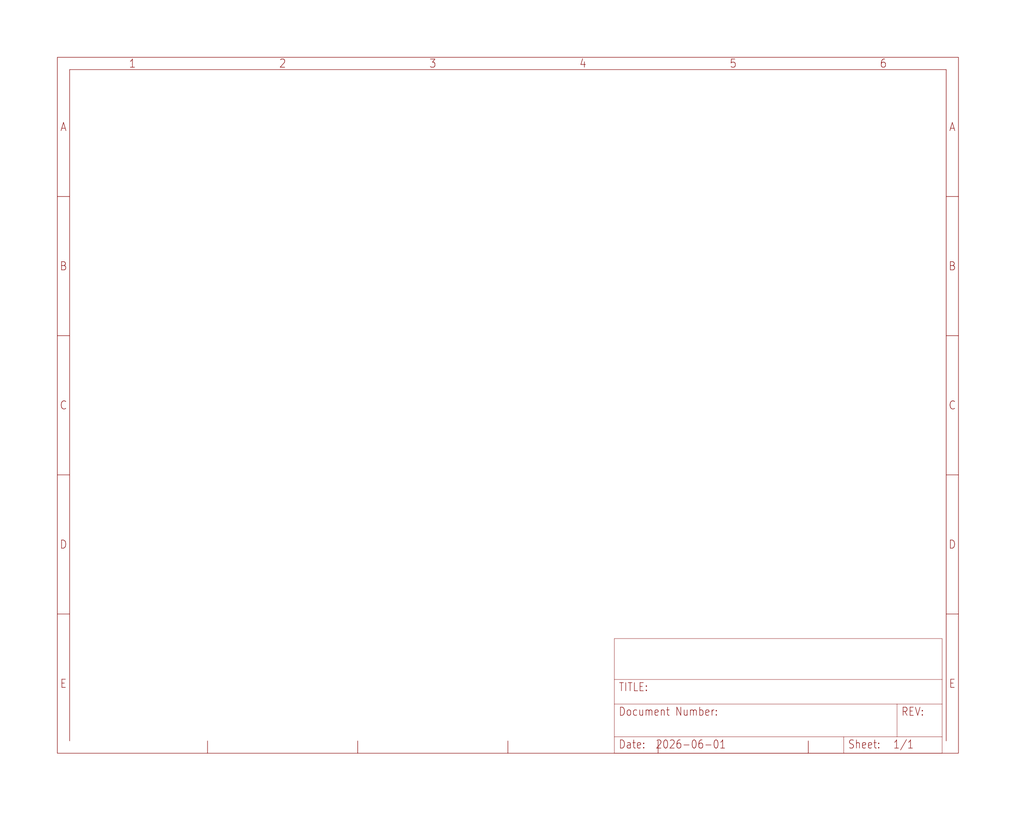
<source format=kicad_sch>
(kicad_sch (version 20230121) (generator eeschema)
  (paper "User" 317.5 254.051)
  (lib_symbols
    (symbol "Eros Charger-eagle-import:FRAME_A_L"
      (symbol "FRAME_A_L_1_0"
        (polyline (pts (xy 0 43.18) (xy 3.81 43.18)))
        (polyline (pts (xy 0 86.36) (xy 3.81 86.36)))
        (polyline (pts (xy 0 129.54) (xy 3.81 129.54)))
        (polyline (pts (xy 0 172.72) (xy 3.81 172.72)))
        (polyline (pts (xy 3.81 3.81) (xy 3.81 212.09)))
        (polyline (pts (xy 46.5667 0) (xy 46.5667 3.81)))
        (polyline (pts (xy 93.1333 0) (xy 93.1333 3.81)))
        (polyline (pts (xy 139.7 0) (xy 139.7 3.81)))
        (polyline (pts (xy 186.2667 0) (xy 186.2667 3.81)))
        (polyline (pts (xy 232.8333 0) (xy 232.8333 3.81)))
        (polyline (pts (xy 275.59 3.81) (xy 275.59 212.09)))
        (polyline (pts (xy 275.59 43.18) (xy 279.4 43.18)))
        (polyline (pts (xy 275.59 86.36) (xy 279.4 86.36)))
        (polyline (pts (xy 275.59 129.54) (xy 279.4 129.54)))
        (polyline (pts (xy 275.59 172.72) (xy 279.4 172.72)))
        (polyline (pts (xy 275.59 212.09) (xy 3.81 212.09)))
        (polyline (pts (xy 0 0) (xy 279.4 0) (xy 279.4 215.9) (xy 0 215.9) (xy 0 0)))
        (text "1" (at 23.2833 213.995 0) (effects (font (size 2.54 2.286))))
        (text "2" (at 69.85 213.995 0) (effects (font (size 2.54 2.286))))
        (text "3" (at 116.4167 213.995 0) (effects (font (size 2.54 2.286))))
        (text "4" (at 162.9833 213.995 0) (effects (font (size 2.54 2.286))))
        (text "5" (at 209.55 213.995 0) (effects (font (size 2.54 2.286))))
        (text "6" (at 256.1167 213.995 0) (effects (font (size 2.54 2.286))))
        (text "A" (at 1.905 194.31 0) (effects (font (size 2.54 2.286))))
        (text "A" (at 277.495 194.31 0) (effects (font (size 2.54 2.286))))
        (text "B" (at 1.905 151.13 0) (effects (font (size 2.54 2.286))))
        (text "B" (at 277.495 151.13 0) (effects (font (size 2.54 2.286))))
        (text "C" (at 1.905 107.95 0) (effects (font (size 2.54 2.286))))
        (text "C" (at 277.495 107.95 0) (effects (font (size 2.54 2.286))))
        (text "D" (at 1.905 64.77 0) (effects (font (size 2.54 2.286))))
        (text "D" (at 277.495 64.77 0) (effects (font (size 2.54 2.286))))
        (text "E" (at 1.905 21.59 0) (effects (font (size 2.54 2.286))))
        (text "E" (at 277.495 21.59 0) (effects (font (size 2.54 2.286))))
      )
      (symbol "FRAME_A_L_2_0"
        (polyline (pts (xy 0 0) (xy 0 5.08)) (stroke (width 0.1016)))
        (polyline (pts (xy 0 0) (xy 71.12 0)) (stroke (width 0.1016)))
        (polyline (pts (xy 0 5.08) (xy 0 15.24)) (stroke (width 0.1016)))
        (polyline (pts (xy 0 5.08) (xy 71.12 5.08)) (stroke (width 0.1016)))
        (polyline (pts (xy 0 15.24) (xy 0 22.86)) (stroke (width 0.1016)))
        (polyline (pts (xy 0 22.86) (xy 0 35.56)) (stroke (width 0.1016)))
        (polyline (pts (xy 0 22.86) (xy 101.6 22.86)) (stroke (width 0.1016)))
        (polyline (pts (xy 71.12 0) (xy 101.6 0)) (stroke (width 0.1016)))
        (polyline (pts (xy 71.12 5.08) (xy 71.12 0)) (stroke (width 0.1016)))
        (polyline (pts (xy 71.12 5.08) (xy 87.63 5.08)) (stroke (width 0.1016)))
        (polyline (pts (xy 87.63 5.08) (xy 101.6 5.08)) (stroke (width 0.1016)))
        (polyline (pts (xy 87.63 15.24) (xy 0 15.24)) (stroke (width 0.1016)))
        (polyline (pts (xy 87.63 15.24) (xy 87.63 5.08)) (stroke (width 0.1016)))
        (polyline (pts (xy 101.6 5.08) (xy 101.6 0)) (stroke (width 0.1016)))
        (polyline (pts (xy 101.6 15.24) (xy 87.63 15.24)) (stroke (width 0.1016)))
        (polyline (pts (xy 101.6 15.24) (xy 101.6 5.08)) (stroke (width 0.1016)))
        (polyline (pts (xy 101.6 22.86) (xy 101.6 15.24)) (stroke (width 0.1016)))
        (polyline (pts (xy 101.6 35.56) (xy 0 35.56)) (stroke (width 0.1016)))
        (polyline (pts (xy 101.6 35.56) (xy 101.6 22.86)) (stroke (width 0.1016)))
        (text "${#}/${##}" (at 86.36 1.27 0) (effects (font (size 2.54 2.159)) (justify left bottom)))
        (text "${CURRENT_DATE}" (at 12.7 1.27 0) (effects (font (size 2.54 2.159)) (justify left bottom)))
        (text "${PROJECTNAME}" (at 17.78 19.05 0) (effects (font (size 2.54 2.159)) (justify left bottom)))
        (text "Date:" (at 1.27 1.27 0) (effects (font (size 2.54 2.159)) (justify left bottom)))
        (text "Document Number:" (at 1.27 11.43 0) (effects (font (size 2.54 2.159)) (justify left bottom)))
        (text "REV:" (at 88.9 11.43 0) (effects (font (size 2.54 2.159)) (justify left bottom)))
        (text "Sheet:" (at 72.39 1.27 0) (effects (font (size 2.54 2.159)) (justify left bottom)))
        (text "TITLE:" (at 1.27 19.05 0) (effects (font (size 2.54 2.159)) (justify left bottom)))
      )
    )
  )
  (symbol (lib_id "Eros Charger-eagle-import:FRAME_A_L") (at 17.78 233.68 0) (unit 1)
    (property "Reference" "#FRAME1" (effects hide))
    (property "Value" "FRAME_A_L" (effects hide))
  )
  (symbol (lib_id "Eros Charger-eagle-import:FRAME_A_L") (at 190.5 233.68 0) (unit 2)
    (property "Reference" "#FRAME1" (effects hide))
    (property "Value" "FRAME_A_L" (effects hide))
  )
)
</source>
